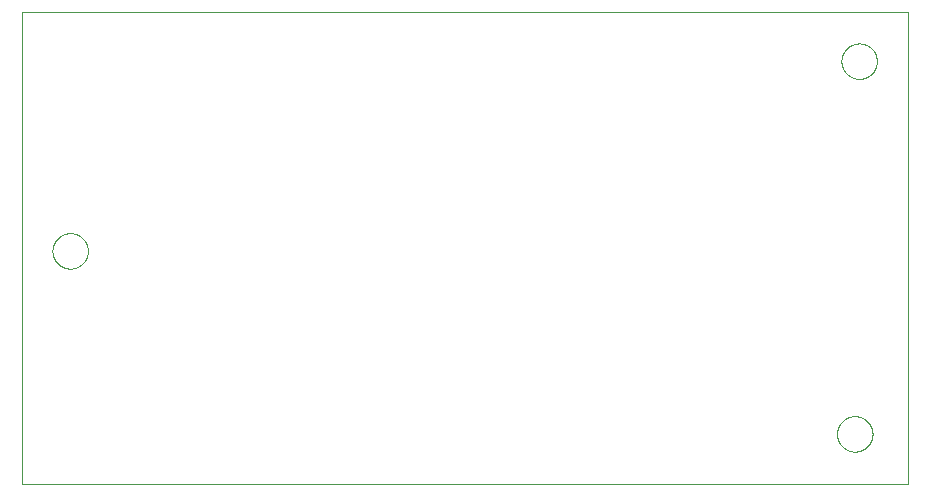
<source format=gko>
G75*
%MOIN*%
%OFA0B0*%
%FSLAX25Y25*%
%IPPOS*%
%LPD*%
%AMOC8*
5,1,8,0,0,1.08239X$1,22.5*
%
%ADD10C,0.00000*%
D10*
X0001000Y0001260D02*
X0001000Y0158740D01*
X0296276Y0158740D01*
X0296276Y0001260D01*
X0001000Y0001260D01*
X0011094Y0079000D02*
X0011096Y0079153D01*
X0011102Y0079307D01*
X0011112Y0079460D01*
X0011126Y0079612D01*
X0011144Y0079765D01*
X0011166Y0079916D01*
X0011191Y0080067D01*
X0011221Y0080218D01*
X0011255Y0080368D01*
X0011292Y0080516D01*
X0011333Y0080664D01*
X0011378Y0080810D01*
X0011427Y0080956D01*
X0011480Y0081100D01*
X0011536Y0081242D01*
X0011596Y0081383D01*
X0011660Y0081523D01*
X0011727Y0081661D01*
X0011798Y0081797D01*
X0011873Y0081931D01*
X0011950Y0082063D01*
X0012032Y0082193D01*
X0012116Y0082321D01*
X0012204Y0082447D01*
X0012295Y0082570D01*
X0012389Y0082691D01*
X0012487Y0082809D01*
X0012587Y0082925D01*
X0012691Y0083038D01*
X0012797Y0083149D01*
X0012906Y0083257D01*
X0013018Y0083362D01*
X0013132Y0083463D01*
X0013250Y0083562D01*
X0013369Y0083658D01*
X0013491Y0083751D01*
X0013616Y0083840D01*
X0013743Y0083927D01*
X0013872Y0084009D01*
X0014003Y0084089D01*
X0014136Y0084165D01*
X0014271Y0084238D01*
X0014408Y0084307D01*
X0014547Y0084372D01*
X0014687Y0084434D01*
X0014829Y0084492D01*
X0014972Y0084547D01*
X0015117Y0084598D01*
X0015263Y0084645D01*
X0015410Y0084688D01*
X0015558Y0084727D01*
X0015707Y0084763D01*
X0015857Y0084794D01*
X0016008Y0084822D01*
X0016159Y0084846D01*
X0016312Y0084866D01*
X0016464Y0084882D01*
X0016617Y0084894D01*
X0016770Y0084902D01*
X0016923Y0084906D01*
X0017077Y0084906D01*
X0017230Y0084902D01*
X0017383Y0084894D01*
X0017536Y0084882D01*
X0017688Y0084866D01*
X0017841Y0084846D01*
X0017992Y0084822D01*
X0018143Y0084794D01*
X0018293Y0084763D01*
X0018442Y0084727D01*
X0018590Y0084688D01*
X0018737Y0084645D01*
X0018883Y0084598D01*
X0019028Y0084547D01*
X0019171Y0084492D01*
X0019313Y0084434D01*
X0019453Y0084372D01*
X0019592Y0084307D01*
X0019729Y0084238D01*
X0019864Y0084165D01*
X0019997Y0084089D01*
X0020128Y0084009D01*
X0020257Y0083927D01*
X0020384Y0083840D01*
X0020509Y0083751D01*
X0020631Y0083658D01*
X0020750Y0083562D01*
X0020868Y0083463D01*
X0020982Y0083362D01*
X0021094Y0083257D01*
X0021203Y0083149D01*
X0021309Y0083038D01*
X0021413Y0082925D01*
X0021513Y0082809D01*
X0021611Y0082691D01*
X0021705Y0082570D01*
X0021796Y0082447D01*
X0021884Y0082321D01*
X0021968Y0082193D01*
X0022050Y0082063D01*
X0022127Y0081931D01*
X0022202Y0081797D01*
X0022273Y0081661D01*
X0022340Y0081523D01*
X0022404Y0081383D01*
X0022464Y0081242D01*
X0022520Y0081100D01*
X0022573Y0080956D01*
X0022622Y0080810D01*
X0022667Y0080664D01*
X0022708Y0080516D01*
X0022745Y0080368D01*
X0022779Y0080218D01*
X0022809Y0080067D01*
X0022834Y0079916D01*
X0022856Y0079765D01*
X0022874Y0079612D01*
X0022888Y0079460D01*
X0022898Y0079307D01*
X0022904Y0079153D01*
X0022906Y0079000D01*
X0022904Y0078847D01*
X0022898Y0078693D01*
X0022888Y0078540D01*
X0022874Y0078388D01*
X0022856Y0078235D01*
X0022834Y0078084D01*
X0022809Y0077933D01*
X0022779Y0077782D01*
X0022745Y0077632D01*
X0022708Y0077484D01*
X0022667Y0077336D01*
X0022622Y0077190D01*
X0022573Y0077044D01*
X0022520Y0076900D01*
X0022464Y0076758D01*
X0022404Y0076617D01*
X0022340Y0076477D01*
X0022273Y0076339D01*
X0022202Y0076203D01*
X0022127Y0076069D01*
X0022050Y0075937D01*
X0021968Y0075807D01*
X0021884Y0075679D01*
X0021796Y0075553D01*
X0021705Y0075430D01*
X0021611Y0075309D01*
X0021513Y0075191D01*
X0021413Y0075075D01*
X0021309Y0074962D01*
X0021203Y0074851D01*
X0021094Y0074743D01*
X0020982Y0074638D01*
X0020868Y0074537D01*
X0020750Y0074438D01*
X0020631Y0074342D01*
X0020509Y0074249D01*
X0020384Y0074160D01*
X0020257Y0074073D01*
X0020128Y0073991D01*
X0019997Y0073911D01*
X0019864Y0073835D01*
X0019729Y0073762D01*
X0019592Y0073693D01*
X0019453Y0073628D01*
X0019313Y0073566D01*
X0019171Y0073508D01*
X0019028Y0073453D01*
X0018883Y0073402D01*
X0018737Y0073355D01*
X0018590Y0073312D01*
X0018442Y0073273D01*
X0018293Y0073237D01*
X0018143Y0073206D01*
X0017992Y0073178D01*
X0017841Y0073154D01*
X0017688Y0073134D01*
X0017536Y0073118D01*
X0017383Y0073106D01*
X0017230Y0073098D01*
X0017077Y0073094D01*
X0016923Y0073094D01*
X0016770Y0073098D01*
X0016617Y0073106D01*
X0016464Y0073118D01*
X0016312Y0073134D01*
X0016159Y0073154D01*
X0016008Y0073178D01*
X0015857Y0073206D01*
X0015707Y0073237D01*
X0015558Y0073273D01*
X0015410Y0073312D01*
X0015263Y0073355D01*
X0015117Y0073402D01*
X0014972Y0073453D01*
X0014829Y0073508D01*
X0014687Y0073566D01*
X0014547Y0073628D01*
X0014408Y0073693D01*
X0014271Y0073762D01*
X0014136Y0073835D01*
X0014003Y0073911D01*
X0013872Y0073991D01*
X0013743Y0074073D01*
X0013616Y0074160D01*
X0013491Y0074249D01*
X0013369Y0074342D01*
X0013250Y0074438D01*
X0013132Y0074537D01*
X0013018Y0074638D01*
X0012906Y0074743D01*
X0012797Y0074851D01*
X0012691Y0074962D01*
X0012587Y0075075D01*
X0012487Y0075191D01*
X0012389Y0075309D01*
X0012295Y0075430D01*
X0012204Y0075553D01*
X0012116Y0075679D01*
X0012032Y0075807D01*
X0011950Y0075937D01*
X0011873Y0076069D01*
X0011798Y0076203D01*
X0011727Y0076339D01*
X0011660Y0076477D01*
X0011596Y0076617D01*
X0011536Y0076758D01*
X0011480Y0076900D01*
X0011427Y0077044D01*
X0011378Y0077190D01*
X0011333Y0077336D01*
X0011292Y0077484D01*
X0011255Y0077632D01*
X0011221Y0077782D01*
X0011191Y0077933D01*
X0011166Y0078084D01*
X0011144Y0078235D01*
X0011126Y0078388D01*
X0011112Y0078540D01*
X0011102Y0078693D01*
X0011096Y0078847D01*
X0011094Y0079000D01*
X0272653Y0018000D02*
X0272655Y0018153D01*
X0272661Y0018307D01*
X0272671Y0018460D01*
X0272685Y0018612D01*
X0272703Y0018765D01*
X0272725Y0018916D01*
X0272750Y0019067D01*
X0272780Y0019218D01*
X0272814Y0019368D01*
X0272851Y0019516D01*
X0272892Y0019664D01*
X0272937Y0019810D01*
X0272986Y0019956D01*
X0273039Y0020100D01*
X0273095Y0020242D01*
X0273155Y0020383D01*
X0273219Y0020523D01*
X0273286Y0020661D01*
X0273357Y0020797D01*
X0273432Y0020931D01*
X0273509Y0021063D01*
X0273591Y0021193D01*
X0273675Y0021321D01*
X0273763Y0021447D01*
X0273854Y0021570D01*
X0273948Y0021691D01*
X0274046Y0021809D01*
X0274146Y0021925D01*
X0274250Y0022038D01*
X0274356Y0022149D01*
X0274465Y0022257D01*
X0274577Y0022362D01*
X0274691Y0022463D01*
X0274809Y0022562D01*
X0274928Y0022658D01*
X0275050Y0022751D01*
X0275175Y0022840D01*
X0275302Y0022927D01*
X0275431Y0023009D01*
X0275562Y0023089D01*
X0275695Y0023165D01*
X0275830Y0023238D01*
X0275967Y0023307D01*
X0276106Y0023372D01*
X0276246Y0023434D01*
X0276388Y0023492D01*
X0276531Y0023547D01*
X0276676Y0023598D01*
X0276822Y0023645D01*
X0276969Y0023688D01*
X0277117Y0023727D01*
X0277266Y0023763D01*
X0277416Y0023794D01*
X0277567Y0023822D01*
X0277718Y0023846D01*
X0277871Y0023866D01*
X0278023Y0023882D01*
X0278176Y0023894D01*
X0278329Y0023902D01*
X0278482Y0023906D01*
X0278636Y0023906D01*
X0278789Y0023902D01*
X0278942Y0023894D01*
X0279095Y0023882D01*
X0279247Y0023866D01*
X0279400Y0023846D01*
X0279551Y0023822D01*
X0279702Y0023794D01*
X0279852Y0023763D01*
X0280001Y0023727D01*
X0280149Y0023688D01*
X0280296Y0023645D01*
X0280442Y0023598D01*
X0280587Y0023547D01*
X0280730Y0023492D01*
X0280872Y0023434D01*
X0281012Y0023372D01*
X0281151Y0023307D01*
X0281288Y0023238D01*
X0281423Y0023165D01*
X0281556Y0023089D01*
X0281687Y0023009D01*
X0281816Y0022927D01*
X0281943Y0022840D01*
X0282068Y0022751D01*
X0282190Y0022658D01*
X0282309Y0022562D01*
X0282427Y0022463D01*
X0282541Y0022362D01*
X0282653Y0022257D01*
X0282762Y0022149D01*
X0282868Y0022038D01*
X0282972Y0021925D01*
X0283072Y0021809D01*
X0283170Y0021691D01*
X0283264Y0021570D01*
X0283355Y0021447D01*
X0283443Y0021321D01*
X0283527Y0021193D01*
X0283609Y0021063D01*
X0283686Y0020931D01*
X0283761Y0020797D01*
X0283832Y0020661D01*
X0283899Y0020523D01*
X0283963Y0020383D01*
X0284023Y0020242D01*
X0284079Y0020100D01*
X0284132Y0019956D01*
X0284181Y0019810D01*
X0284226Y0019664D01*
X0284267Y0019516D01*
X0284304Y0019368D01*
X0284338Y0019218D01*
X0284368Y0019067D01*
X0284393Y0018916D01*
X0284415Y0018765D01*
X0284433Y0018612D01*
X0284447Y0018460D01*
X0284457Y0018307D01*
X0284463Y0018153D01*
X0284465Y0018000D01*
X0284463Y0017847D01*
X0284457Y0017693D01*
X0284447Y0017540D01*
X0284433Y0017388D01*
X0284415Y0017235D01*
X0284393Y0017084D01*
X0284368Y0016933D01*
X0284338Y0016782D01*
X0284304Y0016632D01*
X0284267Y0016484D01*
X0284226Y0016336D01*
X0284181Y0016190D01*
X0284132Y0016044D01*
X0284079Y0015900D01*
X0284023Y0015758D01*
X0283963Y0015617D01*
X0283899Y0015477D01*
X0283832Y0015339D01*
X0283761Y0015203D01*
X0283686Y0015069D01*
X0283609Y0014937D01*
X0283527Y0014807D01*
X0283443Y0014679D01*
X0283355Y0014553D01*
X0283264Y0014430D01*
X0283170Y0014309D01*
X0283072Y0014191D01*
X0282972Y0014075D01*
X0282868Y0013962D01*
X0282762Y0013851D01*
X0282653Y0013743D01*
X0282541Y0013638D01*
X0282427Y0013537D01*
X0282309Y0013438D01*
X0282190Y0013342D01*
X0282068Y0013249D01*
X0281943Y0013160D01*
X0281816Y0013073D01*
X0281687Y0012991D01*
X0281556Y0012911D01*
X0281423Y0012835D01*
X0281288Y0012762D01*
X0281151Y0012693D01*
X0281012Y0012628D01*
X0280872Y0012566D01*
X0280730Y0012508D01*
X0280587Y0012453D01*
X0280442Y0012402D01*
X0280296Y0012355D01*
X0280149Y0012312D01*
X0280001Y0012273D01*
X0279852Y0012237D01*
X0279702Y0012206D01*
X0279551Y0012178D01*
X0279400Y0012154D01*
X0279247Y0012134D01*
X0279095Y0012118D01*
X0278942Y0012106D01*
X0278789Y0012098D01*
X0278636Y0012094D01*
X0278482Y0012094D01*
X0278329Y0012098D01*
X0278176Y0012106D01*
X0278023Y0012118D01*
X0277871Y0012134D01*
X0277718Y0012154D01*
X0277567Y0012178D01*
X0277416Y0012206D01*
X0277266Y0012237D01*
X0277117Y0012273D01*
X0276969Y0012312D01*
X0276822Y0012355D01*
X0276676Y0012402D01*
X0276531Y0012453D01*
X0276388Y0012508D01*
X0276246Y0012566D01*
X0276106Y0012628D01*
X0275967Y0012693D01*
X0275830Y0012762D01*
X0275695Y0012835D01*
X0275562Y0012911D01*
X0275431Y0012991D01*
X0275302Y0013073D01*
X0275175Y0013160D01*
X0275050Y0013249D01*
X0274928Y0013342D01*
X0274809Y0013438D01*
X0274691Y0013537D01*
X0274577Y0013638D01*
X0274465Y0013743D01*
X0274356Y0013851D01*
X0274250Y0013962D01*
X0274146Y0014075D01*
X0274046Y0014191D01*
X0273948Y0014309D01*
X0273854Y0014430D01*
X0273763Y0014553D01*
X0273675Y0014679D01*
X0273591Y0014807D01*
X0273509Y0014937D01*
X0273432Y0015069D01*
X0273357Y0015203D01*
X0273286Y0015339D01*
X0273219Y0015477D01*
X0273155Y0015617D01*
X0273095Y0015758D01*
X0273039Y0015900D01*
X0272986Y0016044D01*
X0272937Y0016190D01*
X0272892Y0016336D01*
X0272851Y0016484D01*
X0272814Y0016632D01*
X0272780Y0016782D01*
X0272750Y0016933D01*
X0272725Y0017084D01*
X0272703Y0017235D01*
X0272685Y0017388D01*
X0272671Y0017540D01*
X0272661Y0017693D01*
X0272655Y0017847D01*
X0272653Y0018000D01*
X0274094Y0142260D02*
X0274096Y0142413D01*
X0274102Y0142567D01*
X0274112Y0142720D01*
X0274126Y0142872D01*
X0274144Y0143025D01*
X0274166Y0143176D01*
X0274191Y0143327D01*
X0274221Y0143478D01*
X0274255Y0143628D01*
X0274292Y0143776D01*
X0274333Y0143924D01*
X0274378Y0144070D01*
X0274427Y0144216D01*
X0274480Y0144360D01*
X0274536Y0144502D01*
X0274596Y0144643D01*
X0274660Y0144783D01*
X0274727Y0144921D01*
X0274798Y0145057D01*
X0274873Y0145191D01*
X0274950Y0145323D01*
X0275032Y0145453D01*
X0275116Y0145581D01*
X0275204Y0145707D01*
X0275295Y0145830D01*
X0275389Y0145951D01*
X0275487Y0146069D01*
X0275587Y0146185D01*
X0275691Y0146298D01*
X0275797Y0146409D01*
X0275906Y0146517D01*
X0276018Y0146622D01*
X0276132Y0146723D01*
X0276250Y0146822D01*
X0276369Y0146918D01*
X0276491Y0147011D01*
X0276616Y0147100D01*
X0276743Y0147187D01*
X0276872Y0147269D01*
X0277003Y0147349D01*
X0277136Y0147425D01*
X0277271Y0147498D01*
X0277408Y0147567D01*
X0277547Y0147632D01*
X0277687Y0147694D01*
X0277829Y0147752D01*
X0277972Y0147807D01*
X0278117Y0147858D01*
X0278263Y0147905D01*
X0278410Y0147948D01*
X0278558Y0147987D01*
X0278707Y0148023D01*
X0278857Y0148054D01*
X0279008Y0148082D01*
X0279159Y0148106D01*
X0279312Y0148126D01*
X0279464Y0148142D01*
X0279617Y0148154D01*
X0279770Y0148162D01*
X0279923Y0148166D01*
X0280077Y0148166D01*
X0280230Y0148162D01*
X0280383Y0148154D01*
X0280536Y0148142D01*
X0280688Y0148126D01*
X0280841Y0148106D01*
X0280992Y0148082D01*
X0281143Y0148054D01*
X0281293Y0148023D01*
X0281442Y0147987D01*
X0281590Y0147948D01*
X0281737Y0147905D01*
X0281883Y0147858D01*
X0282028Y0147807D01*
X0282171Y0147752D01*
X0282313Y0147694D01*
X0282453Y0147632D01*
X0282592Y0147567D01*
X0282729Y0147498D01*
X0282864Y0147425D01*
X0282997Y0147349D01*
X0283128Y0147269D01*
X0283257Y0147187D01*
X0283384Y0147100D01*
X0283509Y0147011D01*
X0283631Y0146918D01*
X0283750Y0146822D01*
X0283868Y0146723D01*
X0283982Y0146622D01*
X0284094Y0146517D01*
X0284203Y0146409D01*
X0284309Y0146298D01*
X0284413Y0146185D01*
X0284513Y0146069D01*
X0284611Y0145951D01*
X0284705Y0145830D01*
X0284796Y0145707D01*
X0284884Y0145581D01*
X0284968Y0145453D01*
X0285050Y0145323D01*
X0285127Y0145191D01*
X0285202Y0145057D01*
X0285273Y0144921D01*
X0285340Y0144783D01*
X0285404Y0144643D01*
X0285464Y0144502D01*
X0285520Y0144360D01*
X0285573Y0144216D01*
X0285622Y0144070D01*
X0285667Y0143924D01*
X0285708Y0143776D01*
X0285745Y0143628D01*
X0285779Y0143478D01*
X0285809Y0143327D01*
X0285834Y0143176D01*
X0285856Y0143025D01*
X0285874Y0142872D01*
X0285888Y0142720D01*
X0285898Y0142567D01*
X0285904Y0142413D01*
X0285906Y0142260D01*
X0285904Y0142107D01*
X0285898Y0141953D01*
X0285888Y0141800D01*
X0285874Y0141648D01*
X0285856Y0141495D01*
X0285834Y0141344D01*
X0285809Y0141193D01*
X0285779Y0141042D01*
X0285745Y0140892D01*
X0285708Y0140744D01*
X0285667Y0140596D01*
X0285622Y0140450D01*
X0285573Y0140304D01*
X0285520Y0140160D01*
X0285464Y0140018D01*
X0285404Y0139877D01*
X0285340Y0139737D01*
X0285273Y0139599D01*
X0285202Y0139463D01*
X0285127Y0139329D01*
X0285050Y0139197D01*
X0284968Y0139067D01*
X0284884Y0138939D01*
X0284796Y0138813D01*
X0284705Y0138690D01*
X0284611Y0138569D01*
X0284513Y0138451D01*
X0284413Y0138335D01*
X0284309Y0138222D01*
X0284203Y0138111D01*
X0284094Y0138003D01*
X0283982Y0137898D01*
X0283868Y0137797D01*
X0283750Y0137698D01*
X0283631Y0137602D01*
X0283509Y0137509D01*
X0283384Y0137420D01*
X0283257Y0137333D01*
X0283128Y0137251D01*
X0282997Y0137171D01*
X0282864Y0137095D01*
X0282729Y0137022D01*
X0282592Y0136953D01*
X0282453Y0136888D01*
X0282313Y0136826D01*
X0282171Y0136768D01*
X0282028Y0136713D01*
X0281883Y0136662D01*
X0281737Y0136615D01*
X0281590Y0136572D01*
X0281442Y0136533D01*
X0281293Y0136497D01*
X0281143Y0136466D01*
X0280992Y0136438D01*
X0280841Y0136414D01*
X0280688Y0136394D01*
X0280536Y0136378D01*
X0280383Y0136366D01*
X0280230Y0136358D01*
X0280077Y0136354D01*
X0279923Y0136354D01*
X0279770Y0136358D01*
X0279617Y0136366D01*
X0279464Y0136378D01*
X0279312Y0136394D01*
X0279159Y0136414D01*
X0279008Y0136438D01*
X0278857Y0136466D01*
X0278707Y0136497D01*
X0278558Y0136533D01*
X0278410Y0136572D01*
X0278263Y0136615D01*
X0278117Y0136662D01*
X0277972Y0136713D01*
X0277829Y0136768D01*
X0277687Y0136826D01*
X0277547Y0136888D01*
X0277408Y0136953D01*
X0277271Y0137022D01*
X0277136Y0137095D01*
X0277003Y0137171D01*
X0276872Y0137251D01*
X0276743Y0137333D01*
X0276616Y0137420D01*
X0276491Y0137509D01*
X0276369Y0137602D01*
X0276250Y0137698D01*
X0276132Y0137797D01*
X0276018Y0137898D01*
X0275906Y0138003D01*
X0275797Y0138111D01*
X0275691Y0138222D01*
X0275587Y0138335D01*
X0275487Y0138451D01*
X0275389Y0138569D01*
X0275295Y0138690D01*
X0275204Y0138813D01*
X0275116Y0138939D01*
X0275032Y0139067D01*
X0274950Y0139197D01*
X0274873Y0139329D01*
X0274798Y0139463D01*
X0274727Y0139599D01*
X0274660Y0139737D01*
X0274596Y0139877D01*
X0274536Y0140018D01*
X0274480Y0140160D01*
X0274427Y0140304D01*
X0274378Y0140450D01*
X0274333Y0140596D01*
X0274292Y0140744D01*
X0274255Y0140892D01*
X0274221Y0141042D01*
X0274191Y0141193D01*
X0274166Y0141344D01*
X0274144Y0141495D01*
X0274126Y0141648D01*
X0274112Y0141800D01*
X0274102Y0141953D01*
X0274096Y0142107D01*
X0274094Y0142260D01*
M02*

</source>
